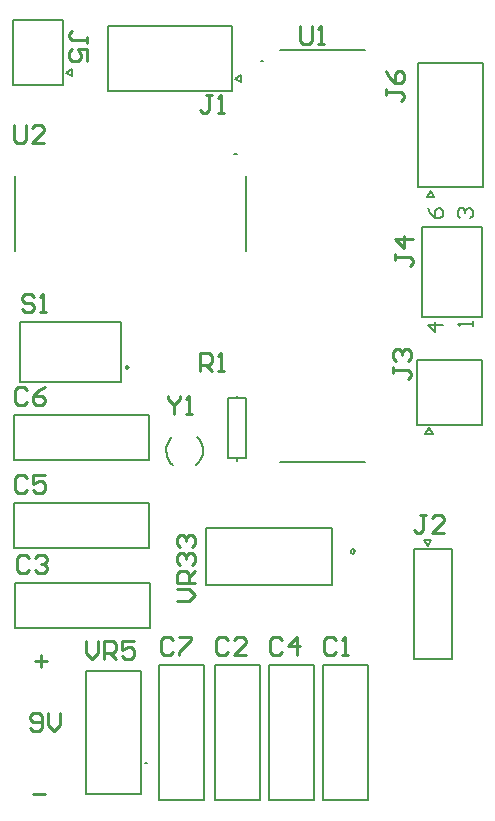
<source format=gto>
G04*
G04 #@! TF.GenerationSoftware,Altium Limited,Altium Designer,22.3.1 (43)*
G04*
G04 Layer_Color=65535*
%FSLAX25Y25*%
%MOIN*%
G70*
G04*
G04 #@! TF.SameCoordinates,1C7FBABB-5D2B-4B54-8B73-D7DE824473AF*
G04*
G04*
G04 #@! TF.FilePolarity,Positive*
G04*
G01*
G75*
%ADD10C,0.00787*%
%ADD11C,0.00600*%
%ADD12C,0.00984*%
%ADD13C,0.00500*%
%ADD14C,0.01000*%
%ADD15C,0.00800*%
D10*
X90815Y256000D02*
X90028D01*
X90815D01*
X68460Y121357D02*
X69195Y122101D01*
X69791Y122960D01*
X70232Y123907D01*
X70505Y124917D01*
X70602Y125958D01*
X70520Y127000D01*
X70261Y128013D01*
X69833Y128966D01*
X69248Y129833D01*
X68524Y130587D01*
X60476Y130548D02*
X59752Y129794D01*
X59167Y128927D01*
X58739Y127973D01*
X58480Y126961D01*
X58398Y125918D01*
X58495Y124877D01*
X58768Y123868D01*
X59209Y122920D01*
X59806Y122062D01*
X60540Y121318D01*
X52035Y21961D02*
X51248D01*
X52035D01*
X81894Y224823D02*
X81106D01*
X81894D01*
X9650Y149000D02*
X43350D01*
X9650D02*
Y169000D01*
X43350D01*
Y149000D02*
Y169000D01*
X82000Y143500D02*
Y144400D01*
Y122600D02*
Y123500D01*
Y143500D02*
X85000D01*
Y123500D02*
Y143500D01*
X79000Y123500D02*
X85000D01*
X79000D02*
Y143500D01*
X82000D01*
X163500Y170500D02*
Y200500D01*
X143500Y170500D02*
X163500D01*
X143500D02*
Y200500D01*
X163500D01*
X56000Y9500D02*
Y54500D01*
Y9500D02*
X71000D01*
Y54500D01*
X56000D02*
X71000D01*
X7500Y123000D02*
X52500D01*
Y138000D01*
X7500D02*
X52500D01*
X7500Y123000D02*
Y138000D01*
Y93500D02*
X52500D01*
Y108500D01*
X7500D02*
X52500D01*
X7500Y93500D02*
Y108500D01*
X107500Y9500D02*
Y54500D01*
X92500D02*
X107500D01*
X92500Y9500D02*
Y54500D01*
Y9500D02*
X107500D01*
X8000Y67000D02*
X53000D01*
Y82000D01*
X8000D02*
X53000D01*
X8000Y67000D02*
Y82000D01*
X89500Y9500D02*
Y54500D01*
X74500D02*
X89500D01*
X74500Y9500D02*
Y54500D01*
Y9500D02*
X89500D01*
X110500D02*
Y54500D01*
Y9500D02*
X125500D01*
Y54500D01*
X110500D02*
X125500D01*
D11*
X121300Y92500D02*
X120747Y93261D01*
X119853Y92970D01*
Y92030D01*
X120747Y91739D01*
X121300Y92500D01*
X71500Y100350D02*
X113500D01*
X71500Y81250D02*
Y100350D01*
Y81250D02*
X113500D01*
Y100350D01*
D12*
X45697Y153984D02*
X44959Y154410D01*
Y153558D01*
X45697Y153984D01*
D13*
X96250Y122280D02*
X124750D01*
X96250Y259720D02*
X124750D01*
X144319Y96240D02*
X145500Y94272D01*
X146681Y96240D01*
X144319D02*
X146681D01*
X140972Y56673D02*
X153571D01*
Y93090D01*
X140972D02*
X153571D01*
X140972Y56673D02*
Y93090D01*
X31740Y11528D02*
X49850D01*
X31740D02*
Y52472D01*
X49850D01*
Y11528D02*
Y52472D01*
X8016Y192500D02*
Y217500D01*
X84984Y192500D02*
Y217500D01*
X146500Y212650D02*
X147681Y210681D01*
X145319D02*
X146500Y212650D01*
X145319Y210681D02*
X147681D01*
X142366Y255169D02*
X164020D01*
X142366Y213831D02*
Y255169D01*
Y213831D02*
X164020D01*
Y255169D01*
X25087Y252000D02*
X27055Y253181D01*
X25087Y252000D02*
X27055Y250819D01*
Y253181D01*
X7173Y247866D02*
Y269520D01*
Y247866D02*
X23905D01*
Y269520D01*
X7173D02*
X23905D01*
X146000Y133571D02*
X147181Y131602D01*
X144819D02*
X146000Y133571D01*
X144819Y131602D02*
X147181D01*
X141866Y156405D02*
X163520D01*
X141866Y134752D02*
Y156405D01*
Y134752D02*
X163520D01*
Y156405D01*
X81429Y250000D02*
X83398Y251181D01*
X81429Y250000D02*
X83398Y248819D01*
Y251181D01*
X38909Y245866D02*
Y267520D01*
Y245866D02*
X80248D01*
Y267520D01*
X38909D02*
X80248D01*
D14*
X103001Y267499D02*
Y262501D01*
X104001Y261501D01*
X106000D01*
X107000Y262501D01*
Y267499D01*
X108999Y261501D02*
X110999D01*
X109999D01*
Y267499D01*
X108999Y266499D01*
X145000Y104499D02*
X143001D01*
X144001D01*
Y99501D01*
X143001Y98501D01*
X142001D01*
X141002Y99501D01*
X150998Y98501D02*
X147000D01*
X150998Y102500D01*
Y103499D01*
X149999Y104499D01*
X147999D01*
X147000Y103499D01*
X59000Y144098D02*
Y143098D01*
X60999Y141099D01*
X62999Y143098D01*
Y144098D01*
X60999Y141099D02*
Y138100D01*
X64998D02*
X66997D01*
X65998D01*
Y144098D01*
X64998Y143098D01*
X62001Y76004D02*
X66000D01*
X67999Y78003D01*
X66000Y80002D01*
X62001D01*
X67999Y82002D02*
X62001D01*
Y85001D01*
X63001Y86000D01*
X65000D01*
X66000Y85001D01*
Y82002D01*
Y84001D02*
X67999Y86000D01*
X63001Y88000D02*
X62001Y88999D01*
Y90999D01*
X63001Y91998D01*
X64000D01*
X65000Y90999D01*
Y89999D01*
Y90999D01*
X66000Y91998D01*
X66999D01*
X67999Y90999D01*
Y88999D01*
X66999Y88000D01*
X63001Y93998D02*
X62001Y94997D01*
Y96997D01*
X63001Y97996D01*
X64000D01*
X65000Y96997D01*
Y95997D01*
Y96997D01*
X66000Y97996D01*
X66999D01*
X67999Y96997D01*
Y94997D01*
X66999Y93998D01*
X31700Y62598D02*
Y58599D01*
X33699Y56600D01*
X35699Y58599D01*
Y62598D01*
X37698Y56600D02*
Y62598D01*
X40697D01*
X41697Y61598D01*
Y59599D01*
X40697Y58599D01*
X37698D01*
X39697D02*
X41697Y56600D01*
X47695Y62598D02*
X43696D01*
Y59599D01*
X45695Y60599D01*
X46695D01*
X47695Y59599D01*
Y57600D01*
X46695Y56600D01*
X44696D01*
X43696Y57600D01*
X7700Y234598D02*
Y229600D01*
X8700Y228600D01*
X10699D01*
X11699Y229600D01*
Y234598D01*
X17697Y228600D02*
X13698D01*
X17697Y232599D01*
Y233598D01*
X16697Y234598D01*
X14698D01*
X13698Y233598D01*
X14299Y177398D02*
X13299Y178398D01*
X11300D01*
X10300Y177398D01*
Y176399D01*
X11300Y175399D01*
X13299D01*
X14299Y174399D01*
Y173400D01*
X13299Y172400D01*
X11300D01*
X10300Y173400D01*
X16298Y172400D02*
X18297D01*
X17298D01*
Y178398D01*
X16298Y177398D01*
X69501Y152501D02*
Y158499D01*
X72500D01*
X73500Y157499D01*
Y155500D01*
X72500Y154500D01*
X69501D01*
X71501D02*
X73500Y152501D01*
X75499D02*
X77499D01*
X76499D01*
Y158499D01*
X75499Y157499D01*
X131501Y246658D02*
Y244658D01*
Y245658D01*
X136499D01*
X137499Y244658D01*
Y243659D01*
X136499Y242659D01*
X131501Y252656D02*
X132501Y250657D01*
X134500Y248657D01*
X136499D01*
X137499Y249657D01*
Y251656D01*
X136499Y252656D01*
X135500D01*
X134500Y251656D01*
Y248657D01*
X31999Y262000D02*
Y263999D01*
Y262999D01*
X27001D01*
X26001Y263999D01*
Y264999D01*
X27001Y265998D01*
X31999Y256002D02*
Y260000D01*
X29000D01*
X30000Y258001D01*
Y257001D01*
X29000Y256002D01*
X27001D01*
X26001Y257001D01*
Y259001D01*
X27001Y260000D01*
X134501Y191500D02*
Y189501D01*
Y190501D01*
X139499D01*
X140499Y189501D01*
Y188501D01*
X139499Y187502D01*
X140499Y196499D02*
X134501D01*
X137500Y193500D01*
Y197498D01*
X134001Y154000D02*
Y152001D01*
Y153001D01*
X138999D01*
X139999Y152001D01*
Y151001D01*
X138999Y150002D01*
X135001Y156000D02*
X134001Y156999D01*
Y158999D01*
X135001Y159998D01*
X136000D01*
X137000Y158999D01*
Y157999D01*
Y158999D01*
X138000Y159998D01*
X138999D01*
X139999Y158999D01*
Y156999D01*
X138999Y156000D01*
X73500Y244499D02*
X71501D01*
X72500D01*
Y239501D01*
X71501Y238501D01*
X70501D01*
X69501Y239501D01*
X75499Y238501D02*
X77499D01*
X76499D01*
Y244499D01*
X75499Y243499D01*
X60599Y62898D02*
X59599Y63898D01*
X57600D01*
X56600Y62898D01*
Y58900D01*
X57600Y57900D01*
X59599D01*
X60599Y58900D01*
X62598Y63898D02*
X66597D01*
Y62898D01*
X62598Y58900D01*
Y57900D01*
X12099Y146398D02*
X11099Y147398D01*
X9100D01*
X8100Y146398D01*
Y142400D01*
X9100Y141400D01*
X11099D01*
X12099Y142400D01*
X18097Y147398D02*
X16097Y146398D01*
X14098Y144399D01*
Y142400D01*
X15098Y141400D01*
X17097D01*
X18097Y142400D01*
Y143399D01*
X17097Y144399D01*
X14098D01*
X12099Y116898D02*
X11099Y117898D01*
X9100D01*
X8100Y116898D01*
Y112900D01*
X9100Y111900D01*
X11099D01*
X12099Y112900D01*
X18097Y117898D02*
X14098D01*
Y114899D01*
X16097Y115899D01*
X17097D01*
X18097Y114899D01*
Y112900D01*
X17097Y111900D01*
X15098D01*
X14098Y112900D01*
X97099Y62898D02*
X96099Y63898D01*
X94100D01*
X93100Y62898D01*
Y58900D01*
X94100Y57900D01*
X96099D01*
X97099Y58900D01*
X102097Y57900D02*
Y63898D01*
X99098Y60899D01*
X103097D01*
X12599Y90398D02*
X11599Y91398D01*
X9600D01*
X8600Y90398D01*
Y86400D01*
X9600Y85400D01*
X11599D01*
X12599Y86400D01*
X14598Y90398D02*
X15598Y91398D01*
X17597D01*
X18597Y90398D01*
Y89399D01*
X17597Y88399D01*
X16597D01*
X17597D01*
X18597Y87399D01*
Y86400D01*
X17597Y85400D01*
X15598D01*
X14598Y86400D01*
X79099Y62898D02*
X78099Y63898D01*
X76100D01*
X75100Y62898D01*
Y58900D01*
X76100Y57900D01*
X78099D01*
X79099Y58900D01*
X85097Y57900D02*
X81098D01*
X85097Y61899D01*
Y62898D01*
X84097Y63898D01*
X82098D01*
X81098Y62898D01*
X115099D02*
X114099Y63898D01*
X112100D01*
X111100Y62898D01*
Y58900D01*
X112100Y57900D01*
X114099D01*
X115099Y58900D01*
X117098Y57900D02*
X119097D01*
X118098D01*
Y63898D01*
X117098Y62898D01*
X14000Y11500D02*
X17999D01*
X14500Y55999D02*
X18499D01*
X16499Y57999D02*
Y54000D01*
X13000Y33500D02*
X14000Y32500D01*
X15999D01*
X16999Y33500D01*
Y37498D01*
X15999Y38498D01*
X14000D01*
X13000Y37498D01*
Y36499D01*
X14000Y35499D01*
X16999D01*
X18998Y38498D02*
Y34499D01*
X20997Y32500D01*
X22997Y34499D01*
Y38498D01*
D15*
X145502Y206832D02*
X146335Y205166D01*
X148001Y203500D01*
X149667D01*
X150500Y204333D01*
Y205999D01*
X149667Y206832D01*
X148834D01*
X148001Y205999D01*
Y203500D01*
X156335D02*
X155502Y204333D01*
Y205999D01*
X156335Y206832D01*
X157168D01*
X158001Y205999D01*
Y205166D01*
Y205999D01*
X158834Y206832D01*
X159667D01*
X160500Y205999D01*
Y204333D01*
X159667Y203500D01*
X160500Y167500D02*
Y169166D01*
Y168333D01*
X155502D01*
X156335Y167500D01*
X150500Y167999D02*
X145502D01*
X148001Y165500D01*
Y168832D01*
M02*

</source>
